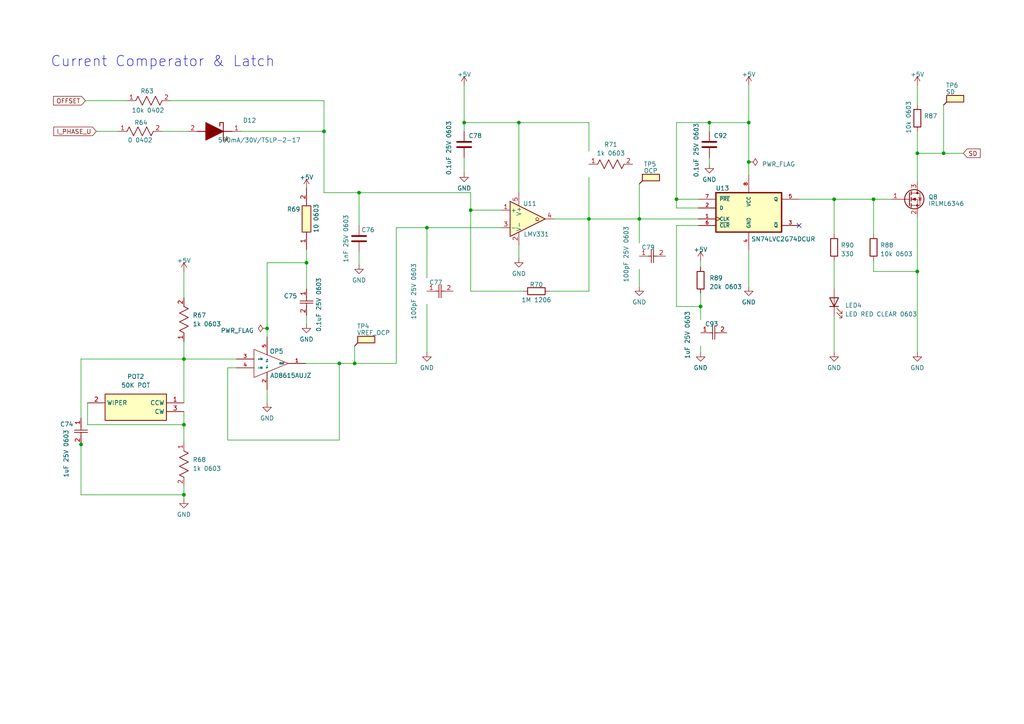
<source format=kicad_sch>
(kicad_sch (version 20231120) (generator "eeschema") (generator_version "8.0")
  (paper "A4")
  (lib_symbols
    (symbol "AD8615:AD8615AUJZ" (pin_names (offset 1.016))
      (property "Reference" "OP" (at 3.556 -12.954 0))
      (property "Value" "AD8615AUJZ" (at 8.128 -21.59 0))
      (symbol "AD8615AUJZ_0_0"
        (pin output line (at 11.176 -17.78 180) (length 5.08) (name "OUT") (number "1"))
        (pin power_in line (at 0 -25.4 90) (length 5.08) (name "V-") (number "2"))
        (pin input line (at -8.89 -16.51 0) (length 5.08) (name "+IN") (number "3"))
        (pin input line (at -8.89 -19.05 0) (length 5.08) (name "-IN") (number "4"))
        (pin power_in line (at 0 -10.16 270) (length 5.08) (name "V+") (number "5"))
      )
      (symbol "AD8615AUJZ_0_1"
        (polyline (pts (xy -3.81 -13.716) (xy -3.81 -21.844) (xy 6.096 -17.78) (xy -3.81 -13.716)))
      )
    )
    (symbol "C0603C101K3RACAUTO:C0402C101K3RACTU" (pin_names (offset 0.254))
      (property "Reference" "C" (at 3.81 3.81 0))
      (property "Value" "C0402C101K3RACTU" (at 3.81 -3.81 0))
      (symbol "C0402C101K3RACTU_1_1"
        (polyline (pts (xy 2.54 0) (xy 3.4798 0)) (stroke (width 0.2032)))
        (polyline (pts (xy 3.4798 -1.905) (xy 3.4798 1.905)) (stroke (width 0.2032)))
        (polyline (pts (xy 4.1148 -1.905) (xy 4.1148 1.905)) (stroke (width 0.2032)))
        (polyline (pts (xy 4.1148 0) (xy 5.08 0)) (stroke (width 0.2032)))
        (pin unspecified line (at 0 0 0) (length 2.54) (name "") (number "1"))
        (pin unspecified line (at 7.62 0 180) (length 2.54) (name "") (number "2"))
      )
      (symbol "C0402C101K3RACTU_1_2"
        (polyline (pts (xy -1.905 -4.1148) (xy 1.905 -4.1148)) (stroke (width 0.2032)))
        (polyline (pts (xy -1.905 -3.4798) (xy 1.905 -3.4798)) (stroke (width 0.2032)))
        (polyline (pts (xy 0 -4.1148) (xy 0 -5.08)) (stroke (width 0.2032)))
        (polyline (pts (xy 0 -2.54) (xy 0 -3.4798)) (stroke (width 0.2032)))
        (pin unspecified line (at 0 0 270) (length 2.54) (name "") (number "1"))
        (pin unspecified line (at 0 -7.62 90) (length 2.54) (name "") (number "2"))
      )
    )
    (symbol "C0603C105K3RAC7411:C0603C105K3RAC7411" (pin_names (offset 0.254))
      (property "Reference" "C" (at 3.81 3.81 0))
      (property "Value" "C0603C105K3RAC7411" (at 3.81 -3.81 0))
      (symbol "C0603C105K3RAC7411_1_1"
        (polyline (pts (xy 2.54 0) (xy 3.4798 0)) (stroke (width 0.2032)))
        (polyline (pts (xy 3.4798 -1.905) (xy 3.4798 1.905)) (stroke (width 0.2032)))
        (polyline (pts (xy 4.1148 -1.905) (xy 4.1148 1.905)) (stroke (width 0.2032)))
        (polyline (pts (xy 4.1148 0) (xy 5.08 0)) (stroke (width 0.2032)))
        (pin unspecified line (at 0 0 0) (length 2.54) (name "") (number "1"))
        (pin unspecified line (at 7.62 0 180) (length 2.54) (name "") (number "2"))
      )
      (symbol "C0603C105K3RAC7411_1_2"
        (polyline (pts (xy -1.905 -4.1148) (xy 1.905 -4.1148)) (stroke (width 0.2032)))
        (polyline (pts (xy -1.905 -3.4798) (xy 1.905 -3.4798)) (stroke (width 0.2032)))
        (polyline (pts (xy 0 -4.1148) (xy 0 -5.08)) (stroke (width 0.2032)))
        (polyline (pts (xy 0 -2.54) (xy 0 -3.4798)) (stroke (width 0.2032)))
        (pin unspecified line (at 0 0 270) (length 2.54) (name "") (number "1"))
        (pin unspecified line (at 0 -7.62 90) (length 2.54) (name "") (number "2"))
      )
    )
    (symbol "C0603X104M3RAUTO:C0603X104M3RACTU" (pin_names (offset 0.254))
      (property "Reference" "C" (at 3.81 3.81 0))
      (property "Value" "C0603X104M3RACTU" (at 3.81 -3.81 0))
      (symbol "C0603X104M3RACTU_1_1"
        (polyline (pts (xy 2.54 0) (xy 3.4798 0)) (stroke (width 0.2032)))
        (polyline (pts (xy 3.4798 -1.905) (xy 3.4798 1.905)) (stroke (width 0.2032)))
        (polyline (pts (xy 4.1148 -1.905) (xy 4.1148 1.905)) (stroke (width 0.2032)))
        (polyline (pts (xy 4.1148 0) (xy 5.08 0)) (stroke (width 0.2032)))
        (pin unspecified line (at 0 0 0) (length 2.54) (name "") (number "1"))
        (pin unspecified line (at 7.62 0 180) (length 2.54) (name "") (number "2"))
      )
      (symbol "C0603X104M3RACTU_1_2"
        (polyline (pts (xy -1.905 -4.1148) (xy 1.905 -4.1148)) (stroke (width 0.2032)))
        (polyline (pts (xy -1.905 -3.4798) (xy 1.905 -3.4798)) (stroke (width 0.2032)))
        (polyline (pts (xy 0 -4.1148) (xy 0 -5.08)) (stroke (width 0.2032)))
        (polyline (pts (xy 0 -2.54) (xy 0 -3.4798)) (stroke (width 0.2032)))
        (pin unspecified line (at 0 0 270) (length 2.54) (name "") (number "1"))
        (pin unspecified line (at 0 -7.62 90) (length 2.54) (name "") (number "2"))
      )
    )
    (symbol "Comparator:LMV331" (pin_names (offset 0.127))
      (property "Reference" "U" (at 1.27 5.08 0))
      (property "Value" "LMV331" (at 3.81 -5.08 0))
      (symbol "LMV331_0_1"
        (polyline (pts (xy -5.08 5.08) (xy 5.08 0) (xy -5.08 -5.08) (xy -5.08 5.08)) (stroke (width 0.254)) (fill (type background)))
        (polyline (pts (xy 3.302 -0.508) (xy 2.794 -0.508) (xy 3.302 0) (xy 2.794 0.508) (xy 2.286 0) (xy 2.794 -0.508) (xy 2.286 -0.508)) (stroke (width 0.127)))
      )
      (symbol "LMV331_1_1"
        (pin input line (at -7.62 2.54 0) (length 2.54) (name "+") (number "1"))
        (pin power_in line (at -2.54 -7.62 90) (length 3.81) (name "V-") (number "2"))
        (pin input line (at -7.62 -2.54 0) (length 2.54) (name "-") (number "3"))
        (pin open_collector line (at 7.62 0 180) (length 2.54) (name "~") (number "4"))
        (pin power_in line (at -2.54 7.62 270) (length 3.81) (name "V+") (number "5"))
      )
    )
    (symbol "Connector:TestPoint_Flag" (pin_numbers hide) (pin_names (offset 0.762) hide)
      (property "Reference" "TP" (at 3.429 1.778 0))
      (property "Value" "TestPoint_Flag" (at 3.302 4.191 0))
      (symbol "TestPoint_Flag_0_1"
        (polyline (pts (xy 0 0) (xy 0.889 0.889)) (stroke (width 0.254)))
        (rectangle (start 0.889 2.794) (end 5.842 0.889) (stroke (width 0.254)) (fill (type background)))
      )
      (symbol "TestPoint_Flag_1_1"
        (pin passive line (at 0 0 90) (length 0) (name "1") (number "1"))
      )
    )
    (symbol "Device:C" (pin_numbers hide) (pin_names (offset 0.254))
      (property "Reference" "C" (at 0.635 2.54 0))
      (property "Value" "C" (at 0.635 -2.54 0))
      (symbol "C_0_1"
        (polyline (pts (xy -2.032 -0.762) (xy 2.032 -0.762)) (stroke (width 0.508)))
        (polyline (pts (xy -2.032 0.762) (xy 2.032 0.762)) (stroke (width 0.508)))
      )
      (symbol "C_1_1"
        (pin passive line (at 0 3.81 270) (length 2.794) (name "~") (number "1"))
        (pin passive line (at 0 -3.81 90) (length 2.794) (name "~") (number "2"))
      )
    )
    (symbol "Device:LED" (pin_numbers hide) (pin_names (offset 1.016) hide)
      (property "Reference" "D" (at 0 2.54 0))
      (property "Value" "LED" (at 0 -2.54 0))
      (symbol "LED_0_1"
        (polyline (pts (xy -1.27 -1.27) (xy -1.27 1.27)) (stroke (width 0.254)))
        (polyline (pts (xy -1.27 0) (xy 1.27 0)))
        (polyline (pts (xy 1.27 -1.27) (xy 1.27 1.27) (xy -1.27 0) (xy 1.27 -1.27)) (stroke (width 0.254)))
        (polyline (pts (xy -3.048 -0.762) (xy -4.572 -2.286) (xy -3.81 -2.286) (xy -4.572 -2.286) (xy -4.572 -1.524)))
        (polyline (pts (xy -1.778 -0.762) (xy -3.302 -2.286) (xy -2.54 -2.286) (xy -3.302 -2.286) (xy -3.302 -1.524)))
      )
      (symbol "LED_1_1"
        (pin passive line (at -3.81 0 0) (length 2.54) (name "K") (number "1"))
        (pin passive line (at 3.81 0 180) (length 2.54) (name "A") (number "2"))
      )
    )
    (symbol "Device:R" (pin_numbers hide) (pin_names (offset 0))
      (property "Reference" "R" (at 2.032 0 90))
      (property "Value" "R" (at 0 0 90))
      (symbol "R_0_1"
        (rectangle (start -1.016 -2.54) (end 1.016 2.54) (stroke (width 0.254)))
      )
      (symbol "R_1_1"
        (pin passive line (at 0 3.81 270) (length 1.27) (name "~") (number "1"))
        (pin passive line (at 0 -3.81 90) (length 1.27) (name "~") (number "2"))
      )
    )
    (symbol "ERJ-2GE0R00X:ERJ-2GE0R00X" (pin_names (offset 0.254))
      (property "Reference" "R" (at 5.715 3.81 0))
      (property "Value" "ERJ-2GE0R00X" (at 6.35 -3.81 0))
      (symbol "ERJ-2GE0R00X_1_1"
        (polyline (pts (xy 2.54 0) (xy 3.175 1.27)) (stroke (width 0.2032)))
        (polyline (pts (xy 3.175 1.27) (xy 4.445 -1.27)) (stroke (width 0.2032)))
        (polyline (pts (xy 4.445 -1.27) (xy 5.715 1.27)) (stroke (width 0.2032)))
        (polyline (pts (xy 5.715 1.27) (xy 6.985 -1.27)) (stroke (width 0.2032)))
        (polyline (pts (xy 6.985 -1.27) (xy 8.255 1.27)) (stroke (width 0.2032)))
        (polyline (pts (xy 8.255 1.27) (xy 9.525 -1.27)) (stroke (width 0.2032)))
        (polyline (pts (xy 9.525 -1.27) (xy 10.16 0)) (stroke (width 0.2032)))
        (pin unspecified line (at 12.7 0 180) (length 2.54) (name "") (number "1"))
        (pin unspecified line (at 0 0 0) (length 2.54) (name "") (number "2"))
      )
      (symbol "ERJ-2GE0R00X_1_2"
        (polyline (pts (xy -1.27 3.175) (xy 1.27 4.445)) (stroke (width 0.2032)))
        (polyline (pts (xy -1.27 5.715) (xy 1.27 6.985)) (stroke (width 0.2032)))
        (polyline (pts (xy -1.27 8.255) (xy 1.27 9.525)) (stroke (width 0.2032)))
        (polyline (pts (xy 0 2.54) (xy -1.27 3.175)) (stroke (width 0.2032)))
        (polyline (pts (xy 1.27 4.445) (xy -1.27 5.715)) (stroke (width 0.2032)))
        (polyline (pts (xy 1.27 6.985) (xy -1.27 8.255)) (stroke (width 0.2032)))
        (polyline (pts (xy 1.27 9.525) (xy 0 10.16)) (stroke (width 0.2032)))
        (pin unspecified line (at 0 12.7 270) (length 2.54) (name "") (number "1"))
        (pin unspecified line (at 0 0 90) (length 2.54) (name "") (number "2"))
      )
    )
    (symbol "ERJ-PA3J100V:ERJ-PA3J100V" (pin_names hide)
      (property "Reference" "R" (at 13.97 6.35 0))
      (property "Value" "ERJ-PA3J100V" (at 13.97 3.81 0))
      (symbol "ERJ-PA3J100V_1_1"
        (rectangle (start 5.08 1.27) (end 12.7 -1.27) (stroke (width 0.254)) (fill (type background)))
        (pin passive line (at 0 0 0) (length 5.08) (name "1") (number "1"))
        (pin passive line (at 17.78 0 180) (length 5.08) (name "2") (number "2"))
      )
    )
    (symbol "PFR05S-103-FNH:PFR05S-103-FNH" (pin_names (offset 0.254))
      (property "Reference" "R" (at 5.715 3.81 0))
      (property "Value" "PFR05S-103-FNH" (at 6.35 -3.81 0))
      (symbol "PFR05S-103-FNH_1_1"
        (polyline (pts (xy 2.54 0) (xy 3.175 1.27)) (stroke (width 0.2032)))
        (polyline (pts (xy 3.175 1.27) (xy 4.445 -1.27)) (stroke (width 0.2032)))
        (polyline (pts (xy 4.445 -1.27) (xy 5.715 1.27)) (stroke (width 0.2032)))
        (polyline (pts (xy 5.715 1.27) (xy 6.985 -1.27)) (stroke (width 0.2032)))
        (polyline (pts (xy 6.985 -1.27) (xy 8.255 1.27)) (stroke (width 0.2032)))
        (polyline (pts (xy 8.255 1.27) (xy 9.525 -1.27)) (stroke (width 0.2032)))
        (polyline (pts (xy 9.525 -1.27) (xy 10.16 0)) (stroke (width 0.2032)))
        (pin unspecified line (at 0 0 0) (length 2.54) (name "") (number "1"))
        (pin unspecified line (at 12.7 0 180) (length 2.54) (name "") (number "2"))
      )
      (symbol "PFR05S-103-FNH_1_2"
        (polyline (pts (xy -1.27 3.175) (xy 1.27 4.445)) (stroke (width 0.2032)))
        (polyline (pts (xy -1.27 5.715) (xy 1.27 6.985)) (stroke (width 0.2032)))
        (polyline (pts (xy -1.27 8.255) (xy 1.27 9.525)) (stroke (width 0.2032)))
        (polyline (pts (xy 0 2.54) (xy -1.27 3.175)) (stroke (width 0.2032)))
        (polyline (pts (xy 1.27 4.445) (xy -1.27 5.715)) (stroke (width 0.2032)))
        (polyline (pts (xy 1.27 6.985) (xy -1.27 8.255)) (stroke (width 0.2032)))
        (polyline (pts (xy 1.27 9.525) (xy 0 10.16)) (stroke (width 0.2032)))
        (pin unspecified line (at 0 12.7 270) (length 2.54) (name "") (number "1"))
        (pin unspecified line (at 0 0 90) (length 2.54) (name "") (number "2"))
      )
    )
    (symbol "PMEG3005ELD_315:PMEG3005ELD,315" (pin_names hide)
      (property "Reference" "D" (at 12.7 8.89 0))
      (property "Value" "PMEG3005ELD,315" (at 12.7 6.35 0))
      (symbol "PMEG3005ELD,315_1_1"
        (polyline (pts (xy 5.08 0) (xy 7.62 0)) (stroke (width 0.254)))
        (polyline (pts (xy 6.604 -1.524) (xy 6.604 -2.54)) (stroke (width 0.254)))
        (polyline (pts (xy 7.62 -2.54) (xy 6.604 -2.54)) (stroke (width 0.254)))
        (polyline (pts (xy 7.62 2.54) (xy 7.62 -2.54)) (stroke (width 0.254)))
        (polyline (pts (xy 7.62 2.54) (xy 8.636 2.54)) (stroke (width 0.254)))
        (polyline (pts (xy 8.636 1.524) (xy 8.636 2.54)) (stroke (width 0.254)))
        (polyline (pts (xy 12.7 0) (xy 15.24 0)) (stroke (width 0.254)))
        (polyline (pts (xy 7.62 0) (xy 12.7 2.54) (xy 12.7 -2.54) (xy 7.62 0)) (stroke (width 0.254)) (fill (type outline)))
        (pin passive line (at 2.54 0 0) (length 2.54) (name "K") (number "1"))
        (pin passive line (at 17.78 0 180) (length 2.54) (name "A") (number "2"))
      )
    )
    (symbol "RCA06031K00FKEAHP:RCA06031K00FKEAHP" (pin_names (offset 0.254))
      (property "Reference" "R" (at 5.715 3.81 0))
      (property "Value" "RCA06031K00FKEAHP" (at 6.35 -3.81 0))
      (symbol "RCA06031K00FKEAHP_1_1"
        (polyline (pts (xy 2.54 0) (xy 3.175 1.27)) (stroke (width 0.2032)))
        (polyline (pts (xy 3.175 1.27) (xy 4.445 -1.27)) (stroke (width 0.2032)))
        (polyline (pts (xy 4.445 -1.27) (xy 5.715 1.27)) (stroke (width 0.2032)))
        (polyline (pts (xy 5.715 1.27) (xy 6.985 -1.27)) (stroke (width 0.2032)))
        (polyline (pts (xy 6.985 -1.27) (xy 8.255 1.27)) (stroke (width 0.2032)))
        (polyline (pts (xy 8.255 1.27) (xy 9.525 -1.27)) (stroke (width 0.2032)))
        (polyline (pts (xy 9.525 -1.27) (xy 10.16 0)) (stroke (width 0.2032)))
        (pin unspecified line (at 0 0 0) (length 2.54) (name "") (number "1"))
        (pin unspecified line (at 12.7 0 180) (length 2.54) (name "") (number "2"))
      )
      (symbol "RCA06031K00FKEAHP_1_2"
        (polyline (pts (xy -1.27 3.175) (xy 1.27 4.445)) (stroke (width 0.2032)))
        (polyline (pts (xy -1.27 5.715) (xy 1.27 6.985)) (stroke (width 0.2032)))
        (polyline (pts (xy -1.27 8.255) (xy 1.27 9.525)) (stroke (width 0.2032)))
        (polyline (pts (xy 0 2.54) (xy -1.27 3.175)) (stroke (width 0.2032)))
        (polyline (pts (xy 1.27 4.445) (xy -1.27 5.715)) (stroke (width 0.2032)))
        (polyline (pts (xy 1.27 6.985) (xy -1.27 8.255)) (stroke (width 0.2032)))
        (polyline (pts (xy 1.27 9.525) (xy 0 10.16)) (stroke (width 0.2032)))
        (pin unspecified line (at 0 12.7 270) (length 2.54) (name "") (number "1"))
        (pin unspecified line (at 0 0 90) (length 2.54) (name "") (number "2"))
      )
    )
    (symbol "SM-42TW503:SM-42TW503"
      (property "Reference" "VR" (at 24.13 7.62 0))
      (property "Value" "SM-42TW503" (at 24.13 5.08 0))
      (symbol "SM-42TW503_1_1"
        (rectangle (start 5.08 2.54) (end 22.86 -5.08) (stroke (width 0.254)) (fill (type background)))
        (pin passive line (at 0 0 0) (length 5.08) (name "CCW") (number "1"))
        (pin passive line (at 27.94 0 180) (length 5.08) (name "WIPER") (number "2"))
        (pin passive line (at 0 -2.54 0) (length 5.08) (name "CW") (number "3"))
      )
    )
    (symbol "SN74LVC2G74DCUR:SN74LVC2G74DCUR" (pin_names (offset 1.016))
      (property "Reference" "U?" (at -8.255 6.985 0))
      (property "Value" "SN74LVC2G74DCUR" (at 10.033 -7.747 0))
      (symbol "SN74LVC2G74DCUR_0_0"
        (rectangle (start -9.525 5.715) (end 9.525 -5.715) (stroke (width 0.41)) (fill (type background)))
        (pin input clock (at -14.605 -1.905 0) (length 5.08) (name "CLK") (number "1"))
        (pin input line (at -14.605 1.27 0) (length 5.08) (name "D") (number "2"))
        (pin output line (at 14.605 -3.81 180) (length 5.08) (name "~{Q}") (number "3"))
        (pin power_in line (at 0 -10.795 90) (length 5.08) (name "GND") (number "4"))
        (pin output line (at 14.605 3.81 180) (length 5.08) (name "Q") (number "5"))
        (pin input line (at -14.605 -3.81 0) (length 5.08) (name "~{CLR}") (number "6"))
        (pin input line (at -14.605 3.81 0) (length 5.08) (name "~{PRE}") (number "7"))
        (pin power_in line (at 0 10.795 270) (length 5.08) (name "VCC") (number "8"))
      )
    )
    (symbol "Transistor_FET:IRLML0030" (pin_names hide)
      (property "Reference" "Q" (at 5.08 1.905 0))
      (property "Value" "IRLML0030" (at 5.08 0 0))
      (symbol "IRLML0030_0_1"
        (polyline (pts (xy 0.254 0) (xy -2.54 0)))
        (polyline (pts (xy 0.254 1.905) (xy 0.254 -1.905)) (stroke (width 0.254)))
        (polyline (pts (xy 0.762 -1.27) (xy 0.762 -2.286)) (stroke (width 0.254)))
        (polyline (pts (xy 0.762 0.508) (xy 0.762 -0.508)) (stroke (width 0.254)))
        (polyline (pts (xy 0.762 2.286) (xy 0.762 1.27)) (stroke (width 0.254)))
        (polyline (pts (xy 2.54 2.54) (xy 2.54 1.778)))
        (polyline (pts (xy 2.54 -2.54) (xy 2.54 0) (xy 0.762 0)))
        (polyline (pts (xy 0.762 -1.778) (xy 3.302 -1.778) (xy 3.302 1.778) (xy 0.762 1.778)))
        (polyline (pts (xy 1.016 0) (xy 2.032 0.381) (xy 2.032 -0.381) (xy 1.016 0)) (fill (type outline)))
        (polyline (pts (xy 2.794 0.508) (xy 2.921 0.381) (xy 3.683 0.381) (xy 3.81 0.254)))
        (polyline (pts (xy 3.302 0.381) (xy 2.921 -0.254) (xy 3.683 -0.254) (xy 3.302 0.381)))
        (circle (center 1.651 0) (radius 2.794) (stroke (width 0.254)))
        (circle (center 2.54 -1.778) (radius 0.254) (fill (type outline)))
        (circle (center 2.54 1.778) (radius 0.254) (fill (type outline)))
      )
      (symbol "IRLML0030_1_1"
        (pin input line (at -5.08 0 0) (length 2.54) (name "G") (number "1"))
        (pin passive line (at 2.54 -5.08 90) (length 2.54) (name "S") (number "2"))
        (pin passive line (at 2.54 5.08 270) (length 2.54) (name "D") (number "3"))
      )
    )
    (symbol "power:+5V" (power) (pin_names (offset 0))
      (property "Value" "+5V" (at 0 3.556 0))
      (symbol "+5V_0_1"
        (polyline (pts (xy -0.762 1.27) (xy 0 2.54)))
        (polyline (pts (xy 0 0) (xy 0 2.54)))
        (polyline (pts (xy 0 2.54) (xy 0.762 1.27)))
      )
      (symbol "+5V_1_1"
        (pin power_in line (at 0 0 90) (length 0) hide (name "+5V") (number "1"))
      )
    )
    (symbol "power:GND" (power) (pin_names (offset 0))
      (property "Value" "GND" (at 0 -3.81 0))
      (symbol "GND_0_1"
        (polyline (pts (xy 0 0) (xy 0 -1.27) (xy 1.27 -1.27) (xy 0 -2.54) (xy -1.27 -1.27) (xy 0 -1.27)))
      )
      (symbol "GND_1_1"
        (pin power_in line (at 0 0 270) (length 0) hide (name "GND") (number "1"))
      )
    )
    (symbol "power:PWR_FLAG" (power) (pin_numbers hide) (pin_names (offset 0) hide)
      (property "Value" "PWR_FLAG" (at 0 3.81 0))
      (symbol "PWR_FLAG_0_0"
        (pin power_out line (at 0 0 90) (length 0) (name "pwr") (number "1"))
      )
      (symbol "PWR_FLAG_0_1"
        (polyline (pts (xy 0 0) (xy 0 1.27) (xy -1.016 1.905) (xy 0 2.54) (xy 1.016 1.905) (xy 0 1.27)))
      )
    )
  )
  (junction (at 136.525 60.96))
  (junction (at 23.495 128.905))
  (junction (at 241.935 57.785))
  (junction (at 88.9 76.2))
  (junction (at 53.34 143.51))
  (junction (at 150.495 35.56))
  (junction (at 273.685 44.45))
  (junction (at 203.2 88.9))
  (junction (at 196.215 57.785))
  (junction (at 266.065 44.45))
  (junction (at 53.34 104.14))
  (junction (at 266.065 78.74))
  (junction (at 104.14 55.88))
  (junction (at 217.17 46.99))
  (junction (at 217.17 35.56))
  (junction (at 253.365 57.785))
  (junction (at 98.425 105.41))
  (junction (at 123.825 66.04))
  (junction (at 134.62 35.56))
  (junction (at 185.42 63.5))
  (junction (at 205.74 35.56))
  (junction (at 53.34 123.19))
  (junction (at 102.87 105.41))
  (junction (at 77.47 95.25))
  (junction (at 170.815 63.5))
  (junction (at 93.98 38.1))
  (no_connect (at 231.775 65.405))
  (wire (pts (xy 77.47 97.79) (xy 77.47 95.25)))
  (wire (pts (xy 273.685 44.45) (xy 279.4 44.45)))
  (wire (pts (xy 102.87 100.33) (xy 102.87 105.41)))
  (wire (pts (xy 241.935 57.785) (xy 231.775 57.785)))
  (wire (pts (xy 27.94 38.1) (xy 34.29 38.1)))
  (wire (pts (xy 104.14 55.88) (xy 136.525 55.88)))
  (wire (pts (xy 217.17 35.56) (xy 217.17 46.99)))
  (wire (pts (xy 93.98 38.1) (xy 93.98 55.88)))
  (wire (pts (xy 202.565 60.325) (xy 196.215 60.325)))
  (wire (pts (xy 49.53 29.21) (xy 93.98 29.21)))
  (wire (pts (xy 123.825 80.645) (xy 123.825 66.04)))
  (wire (pts (xy 241.935 67.945) (xy 241.935 57.785)))
  (wire (pts (xy 123.825 88.265) (xy 123.825 102.235)))
  (wire (pts (xy 53.34 123.19) (xy 53.34 128.27)))
  (wire (pts (xy 136.525 55.88) (xy 136.525 60.96)))
  (wire (pts (xy 150.495 71.12) (xy 150.495 74.93)))
  (wire (pts (xy 241.935 75.565) (xy 241.935 83.82)))
  (wire (pts (xy 88.646 105.41) (xy 98.425 105.41)))
  (wire (pts (xy 23.495 128.905) (xy 23.495 143.51)))
  (wire (pts (xy 93.98 38.1) (xy 93.98 29.21)))
  (wire (pts (xy 77.47 113.03) (xy 77.47 116.84)))
  (wire (pts (xy 205.74 45.72) (xy 205.74 47.625)))
  (wire (pts (xy 253.365 67.945) (xy 253.365 57.785)))
  (wire (pts (xy 196.215 57.785) (xy 202.565 57.785)))
  (wire (pts (xy 134.62 35.56) (xy 134.62 38.1)))
  (wire (pts (xy 136.525 84.455) (xy 136.525 60.96)))
  (wire (pts (xy 185.42 63.5) (xy 185.42 70.485)))
  (wire (pts (xy 266.065 62.865) (xy 266.065 78.74)))
  (wire (pts (xy 104.14 73.025) (xy 104.14 76.835)))
  (wire (pts (xy 205.74 35.56) (xy 217.17 35.56)))
  (wire (pts (xy 98.425 105.41) (xy 102.87 105.41)))
  (wire (pts (xy 88.9 72.39) (xy 88.9 76.2)))
  (wire (pts (xy 266.065 78.74) (xy 266.065 102.235)))
  (wire (pts (xy 134.62 24.765) (xy 134.62 35.56)))
  (wire (pts (xy 196.215 35.56) (xy 205.74 35.56)))
  (wire (pts (xy 217.17 72.39) (xy 217.17 83.185)))
  (wire (pts (xy 77.47 95.25) (xy 77.47 76.2)))
  (wire (pts (xy 69.85 38.1) (xy 93.98 38.1)))
  (wire (pts (xy 205.74 38.1) (xy 205.74 35.56)))
  (wire (pts (xy 23.495 104.14) (xy 53.34 104.14)))
  (wire (pts (xy 23.495 128.27) (xy 23.495 128.905)))
  (wire (pts (xy 266.065 38.1) (xy 266.065 44.45)))
  (wire (pts (xy 123.825 66.04) (xy 114.935 66.04)))
  (wire (pts (xy 53.34 144.78) (xy 53.34 143.51)))
  (wire (pts (xy 196.215 65.405) (xy 196.215 88.9)))
  (wire (pts (xy 151.765 84.455) (xy 136.525 84.455)))
  (wire (pts (xy 185.42 53.34) (xy 185.42 63.5)))
  (wire (pts (xy 53.34 99.06) (xy 53.34 104.14)))
  (wire (pts (xy 68.58 106.68) (xy 66.04 106.68)))
  (wire (pts (xy 150.495 35.56) (xy 170.815 35.56)))
  (wire (pts (xy 53.34 104.14) (xy 68.58 104.14)))
  (wire (pts (xy 123.825 66.04) (xy 145.415 66.04)))
  (wire (pts (xy 53.34 78.74) (xy 53.34 86.36)))
  (wire (pts (xy 196.215 88.9) (xy 203.2 88.9)))
  (wire (pts (xy 66.04 106.68) (xy 66.04 127.635)))
  (wire (pts (xy 93.98 55.88) (xy 104.14 55.88)))
  (wire (pts (xy 46.99 38.1) (xy 54.61 38.1)))
  (wire (pts (xy 88.9 91.44) (xy 88.9 93.98)))
  (wire (pts (xy 114.935 66.04) (xy 114.935 105.41)))
  (wire (pts (xy 203.2 85.09) (xy 203.2 88.9)))
  (wire (pts (xy 53.34 140.97) (xy 53.34 143.51)))
  (wire (pts (xy 25.4 116.84) (xy 25.4 123.19)))
  (wire (pts (xy 53.34 119.38) (xy 53.34 123.19)))
  (wire (pts (xy 25.4 123.19) (xy 53.34 123.19)))
  (wire (pts (xy 170.815 63.5) (xy 160.655 63.5)))
  (wire (pts (xy 217.17 24.765) (xy 217.17 35.56)))
  (wire (pts (xy 202.565 65.405) (xy 196.215 65.405)))
  (wire (pts (xy 134.62 45.72) (xy 134.62 50.165)))
  (wire (pts (xy 170.815 43.815) (xy 170.815 35.56)))
  (wire (pts (xy 253.365 57.785) (xy 258.445 57.785)))
  (wire (pts (xy 53.34 104.14) (xy 53.34 116.84)))
  (wire (pts (xy 185.42 78.105) (xy 185.42 83.185)))
  (wire (pts (xy 98.425 105.41) (xy 98.425 127.635)))
  (wire (pts (xy 150.495 35.56) (xy 134.62 35.56)))
  (wire (pts (xy 196.215 57.785) (xy 196.215 35.56)))
  (wire (pts (xy 170.815 63.5) (xy 185.42 63.5)))
  (wire (pts (xy 159.385 84.455) (xy 170.815 84.455)))
  (wire (pts (xy 203.2 75.565) (xy 203.2 77.47)))
  (wire (pts (xy 253.365 57.785) (xy 241.935 57.785)))
  (wire (pts (xy 253.365 75.565) (xy 253.365 78.74)))
  (wire (pts (xy 102.87 105.41) (xy 114.935 105.41)))
  (wire (pts (xy 170.815 51.435) (xy 170.815 63.5)))
  (wire (pts (xy 88.9 76.2) (xy 88.9 83.82)))
  (wire (pts (xy 185.42 63.5) (xy 202.565 63.5)))
  (wire (pts (xy 273.685 30.48) (xy 273.685 44.45)))
  (wire (pts (xy 23.495 143.51) (xy 53.34 143.51)))
  (wire (pts (xy 196.215 60.325) (xy 196.215 57.785)))
  (wire (pts (xy 66.04 127.635) (xy 98.425 127.635)))
  (wire (pts (xy 24.765 29.21) (xy 36.83 29.21)))
  (wire (pts (xy 136.525 60.96) (xy 145.415 60.96)))
  (wire (pts (xy 150.495 55.88) (xy 150.495 35.56)))
  (wire (pts (xy 77.47 76.2) (xy 88.9 76.2)))
  (wire (pts (xy 23.495 104.14) (xy 23.495 121.285)))
  (wire (pts (xy 203.2 88.9) (xy 203.2 92.71)))
  (wire (pts (xy 253.365 78.74) (xy 266.065 78.74)))
  (wire (pts (xy 203.2 100.33) (xy 203.2 102.235)))
  (wire (pts (xy 241.935 91.44) (xy 241.935 102.235)))
  (wire (pts (xy 266.065 44.45) (xy 266.065 52.705)))
  (wire (pts (xy 217.17 46.99) (xy 217.17 50.8)))
  (wire (pts (xy 266.065 44.45) (xy 273.685 44.45)))
  (wire (pts (xy 266.065 24.765) (xy 266.065 30.48)))
  (wire (pts (xy 170.815 84.455) (xy 170.815 63.5)))
  (wire (pts (xy 104.14 65.405) (xy 104.14 55.88)))
  (text "Current Comperator & Latch" (at 14.605 19.685 0) (effects (font (size 3 3)) (justify left bottom)))
  (global_label "I_PHASE_U" (shape input) (at 27.94 38.1 180) (property "Intersheetrefs" "${INTERSHEET_REFS}" (effects (hide yes))))
  (global_label "SD" (shape input) (at 279.4 44.45 0) (property "Intersheetrefs" "${INTERSHEET_REFS}" (effects (hide yes))))
  (global_label "OFFSET" (shape input) (at 24.765 29.21 180) (property "Intersheetrefs" "${INTERSHEET_REFS}" (effects (hide yes))))
  (symbol (lib_id "power:+5V") (at 217.17 24.765 0) (unit 1)
    (property "Reference" "#PWR065" (effects (hide yes)))
    (property "Value" "+5V" (at 217.17 21.59 0))
  )
  (symbol (lib_id "AD8615:AD8615AUJZ") (at 77.47 87.63 0) (unit 1)
    (property "Reference" "OP5" (at 80.2132 101.9048 0))
    (property "Value" "AD8615AUJZ" (at 84.328 108.9152 0))
    (property "Footprint" "AD8615AUJZ:SOT95P280X100-5N" (effects (hide yes)))
    (property "Description" "\nPrecision 20 MHz CMOS Single RRIO Operational Amplifier\n" (effects (hide yes)))
    (property "MF" "Analog Devices" (effects (hide yes)))
    (property "PACKAGE" "SOT-23-5" (effects (hide yes)))
    (property "MPN" "AD8615AUJZ" (effects (hide yes)))
    (property "Price" "None" (effects (hide yes)))
    (property "Package" "TSOT-5 Analog Devices" (effects (hide yes)))
    (property "OC_FARNELL" "9079408" (effects (hide yes)))
    (property "SnapEDA_Link" "https://www.snapeda.com/parts/AD8615AUJZ-REEL7/Analog+Devices/view-part/?ref=snap" (effects (hide yes)))
    (property "MP" "AD8615AUJZ-REEL7" (effects (hide yes)))
    (property "Purchase-URL" "https://www.snapeda.com/api/url_track_click_mouser/?unipart_id=45535&manufacturer=Analog Devices&part_name=AD8615AUJZ-REEL7&search_term=ad8615" (effects (hide yes)))
    (property "SUPPLIER" "Analog Devices" (effects (hide yes)))
    (property "OC_NEWARK" "31M4569" (effects (hide yes)))
    (property "Availability" "In Stock" (effects (hide yes)))
    (property "Check_prices" "https://www.snapeda.com/parts/AD8615AUJZ-REEL7/Analog+Devices/view-part/?ref=eda" (effects (hide yes)))
  )
  (symbol (lib_id "power:+5V") (at 134.62 24.765 0) (unit 1)
    (property "Reference" "#PWR051" (effects (hide yes)))
    (property "Value" "+5V" (at 134.62 21.59 0))
  )
  (symbol (lib_id "C0603X104M3RAUTO:C0603X104M3RACTU") (at 88.9 83.82 270) (unit 1)
    (property "Reference" "C75" (at 82.296 85.852 90) (effects (justify left)))
    (property "Value" "0.1uF 25V 0603" (at 92.456 80.518 0) (effects (justify left)))
    (property "Footprint" "just-footprints:CAPC17795_95N_KEM" (effects (hide yes)))
    (property "Datasheet" "C0603X104M3RACTU" (effects (hide yes)))
  )
  (symbol (lib_id "power:GND") (at 77.47 116.84 0) (unit 1)
    (property "Reference" "#PWR058" (effects (hide yes)))
    (property "Value" "GND" (at 77.47 121.285 0))
  )
  (symbol (lib_id "RCA06031K00FKEAHP:RCA06031K00FKEAHP") (at 53.34 99.06 90) (unit 1)
    (property "Reference" "R67" (at 55.88 91.4399 90) (effects (justify right)))
    (property "Value" "1k 0603" (at 55.88 93.9799 90) (effects (justify right)))
    (property "Footprint" "just-footprints:RES_RCA0603_VIS" (effects (hide yes)))
    (property "Datasheet" "RCA06031K00FKEAHP" (effects (hide yes)))
  )
  (symbol (lib_id "power:GND") (at 185.42 83.185 0) (unit 1)
    (property "Reference" "#PWR061" (effects (hide yes)))
    (property "Value" "GND" (at 185.42 87.63 0))
  )
  (symbol (lib_id "Device:C") (at 134.62 41.91 0) (unit 1)
    (property "Reference" "C78" (at 135.89 39.37 0) (effects (justify left)))
    (property "Value" "0.1uF 25V 0603" (at 130.175 50.8 90) (effects (justify left)))
  )
  (symbol (lib_id "power:+5V") (at 53.34 78.74 0) (unit 1)
    (property "Reference" "#PWR059" (effects (hide yes)))
    (property "Value" "+5V" (at 53.34 75.565 0))
  )
  (symbol (lib_id "power:GND") (at 134.62 50.165 0) (unit 1)
    (property "Reference" "#PWR052" (effects (hide yes)))
    (property "Value" "GND" (at 134.62 54.61 0))
  )
  (symbol (lib_id "Connector:TestPoint_Flag") (at 185.42 53.34 0) (unit 1)
    (property "Reference" "TP5" (at 186.69 47.625 0) (effects (justify left)))
    (property "Value" "OCP" (at 186.69 49.53 0) (effects (justify left)))
  )
  (symbol (lib_id "power:+5V") (at 203.2 75.565 0) (unit 1)
    (property "Reference" "#PWR067" (effects (hide yes)))
    (property "Value" "+5V" (at 203.2 72.39 0))
  )
  (symbol (lib_id "power:GND") (at 241.935 102.235 0) (unit 1)
    (property "Reference" "#PWR063" (effects (hide yes)))
    (property "Value" "GND" (at 241.935 106.68 0))
  )
  (symbol (lib_id "SN74LVC2G74DCUR:SN74LVC2G74DCUR") (at 217.17 61.595 0) (unit 1)
    (property "Reference" "U13" (at 209.55 54.61 0))
    (property "Value" "SN74LVC2G74DCUR" (at 227.203 69.342 0))
    (property "Footprint" "SN74LVC2G74DCUR:SOP50P310X90-8N" (effects (hide yes)))
    (property "Description" "\nSingle Positive-Edge-Triggered D-Type Flip-Flop with Clear and Preset\n" (effects (hide yes)))
    (property "MF" "Texas Instruments" (effects (hide yes)))
    (property "Package" "VSSOP-8 Texas Instruments" (effects (hide yes)))
    (property "Price" "None" (effects (hide yes)))
    (property "SnapEDA_Link" "https://www.snapeda.com/parts/SN74LVC2G74DCUR/Texas+Instruments/view-part/?ref=snap" (effects (hide yes)))
    (property "MP" "SN74LVC2G74DCUR" (effects (hide yes)))
    (property "Purchase-URL" "https://www.snapeda.com/api/url_track_click_mouser/?unipart_id=395570&manufacturer=Texas Instruments&part_name=SN74LVC2G74DCUR&search_term=sn74lvc2g74dcur" (effects (hide yes)))
    (property "Availability" "In Stock" (effects (hide yes)))
    (property "Check_prices" "https://www.snapeda.com/parts/SN74LVC2G74DCUR/Texas+Instruments/view-part/?ref=eda" (effects (hide yes)))
  )
  (symbol (lib_id "PFR05S-103-FNH:PFR05S-103-FNH") (at 36.83 29.21 0) (unit 1)
    (property "Reference" "R63" (at 42.672 26.416 0))
    (property "Value" "10k 0402" (at 42.926 32.004 0))
    (property "Footprint" "just-footprints:RES_PFR05S_CYN" (effects (hide yes)))
    (property "Datasheet" "PFR05S-103-FNH" (effects (hide yes)))
  )
  (symbol (lib_id "power:GND") (at 203.2 102.235 0) (unit 1)
    (property "Reference" "#PWR068" (effects (hide yes)))
    (property "Value" "GND" (at 203.2 106.68 0))
  )
  (symbol (lib_id "C0603C101K3RACAUTO:C0402C101K3RACTU") (at 123.825 84.455 0) (unit 1)
    (property "Reference" "C77" (at 124.46 81.915 0) (effects (justify left)))
    (property "Value" "100pF 25V 0603" (at 120.015 92.71 90) (effects (justify left)))
    (property "Footprint" "just-footprints:CAPC10555_55N_KEM" (effects (hide yes)))
    (property "Datasheet" "C0402C101K3RACTU" (effects (hide yes)))
  )
  (symbol (lib_id "power:GND") (at 205.74 47.625 0) (unit 1)
    (property "Reference" "#PWR066" (effects (hide yes)))
    (property "Value" "GND" (at 205.74 52.07 0))
  )
  (symbol (lib_id "C0603C105K3RAC7411:C0603C105K3RAC7411") (at 23.495 121.285 270) (unit 1)
    (property "Reference" "C74" (at 17.399 123.063 90) (effects (justify left)))
    (property "Value" "1uF 25V 0603" (at 19.177 124.587 0) (effects (justify left)))
    (property "Footprint" "just-footprints:CAPC17595_95N_KEM" (effects (hide yes)))
    (property "Datasheet" "C0603C105K3RAC7411" (effects (hide yes)))
  )
  (symbol (lib_id "C0603C101K3RACAUTO:C0402C101K3RACTU") (at 185.42 74.295 0) (unit 1)
    (property "Reference" "C79" (at 186.055 71.755 0) (effects (justify left)))
    (property "Value" "100pF 25V 0603" (at 181.61 81.915 90) (effects (justify left)))
    (property "Footprint" "just-footprints:CAPC10555_55N_KEM" (effects (hide yes)))
    (property "Datasheet" "C0402C101K3RACTU" (effects (hide yes)))
  )
  (symbol (lib_id "Device:C") (at 104.14 69.215 0) (unit 1)
    (property "Reference" "C76" (at 104.775 66.675 0) (effects (justify left)))
    (property "Value" "1nF 25V 0603" (at 100.33 76.2 90) (effects (justify left)))
  )
  (symbol (lib_id "Device:R") (at 241.935 71.755 0) (unit 1)
    (property "Reference" "R90" (at 243.84 71.12 0) (effects (justify left)))
    (property "Value" "330" (at 243.84 73.66 0) (effects (justify left)))
  )
  (symbol (lib_id "Comparator:LMV331") (at 153.035 63.5 0) (unit 1)
    (property "Reference" "U11" (at 153.67 59.055 0))
    (property "Value" "LMV331" (at 155.575 67.945 0))
    (property "Datasheet" "http://www.ti.com/lit/ds/symlink/lmv331.pdf" (effects (hide yes)))
  )
  (symbol (lib_id "power:GND") (at 104.14 76.835 0) (unit 1)
    (property "Reference" "#PWR055" (effects (hide yes)))
    (property "Value" "GND" (at 104.14 81.28 0))
  )
  (symbol (lib_id "Device:R") (at 203.2 81.28 0) (unit 1)
    (property "Reference" "R89" (at 205.74 80.645 0) (effects (justify left)))
    (property "Value" "20k 0603" (at 205.74 83.185 0) (effects (justify left)))
  )
  (symbol (lib_id "Device:R") (at 155.575 84.455 90) (unit 1)
    (property "Reference" "R70" (at 155.575 82.55 90))
    (property "Value" "1M 1206" (at 155.575 86.995 90))
  )
  (symbol (lib_id "power:GND") (at 217.17 83.185 0) (unit 1)
    (property "Reference" "#PWR062" (effects (hide yes)))
    (property "Value" "GND" (at 217.17 87.63 0))
  )
  (symbol (lib_id "power:GND") (at 150.495 74.93 0) (unit 1)
    (property "Reference" "#PWR053" (effects (hide yes)))
    (property "Value" "GND" (at 150.495 79.375 0))
  )
  (symbol (lib_id "power:GND") (at 266.065 102.235 0) (unit 1)
    (property "Reference" "#PWR064" (effects (hide yes)))
    (property "Value" "GND" (at 266.065 106.68 0))
  )
  (symbol (lib_id "Connector:TestPoint_Flag") (at 273.685 30.48 0) (unit 1)
    (property "Reference" "TP6" (at 274.32 24.765 0) (effects (justify left)))
    (property "Value" "SD" (at 274.32 26.67 0) (effects (justify left)))
  )
  (symbol (lib_id "Device:R") (at 253.365 71.755 0) (unit 1)
    (property "Reference" "R88" (at 255.27 71.12 0) (effects (justify left)))
    (property "Value" "10k 0603" (at 255.27 73.66 0) (effects (justify left)))
  )
  (symbol (lib_id "power:GND") (at 88.9 93.98 0) (unit 1)
    (property "Reference" "#PWR056" (effects (hide yes)))
    (property "Value" "GND" (at 88.9 98.425 0))
  )
  (symbol (lib_id "ERJ-2GE0R00X:ERJ-2GE0R00X") (at 46.99 38.1 180) (unit 1)
    (property "Reference" "R64" (at 40.894 35.56 0))
    (property "Value" "0 0402" (at 40.64 40.64 0))
    (property "Footprint" "just-footprints:RC0402N_PAN" (effects (hide yes)))
    (property "Datasheet" "ERJ-2GE0R00X" (effects (hide yes)))
  )
  (symbol (lib_id "ERJ-PA3J100V:ERJ-PA3J100V") (at 88.9 72.39 90) (unit 1)
    (property "Reference" "R69" (at 87.122 60.706 90) (effects (justify left)))
    (property "Value" "10 0603" (at 91.694 67.564 0) (effects (justify left)))
    (property "Footprint" "ERJP03_PA3_(0603)" (effects (hide yes)))
    (property "Datasheet" "https://industrial.panasonic.com/cdbs/www-data/pdf/RDO0000/AOA0000C331.pdf" (effects (hide yes)))
    (property "Description" "Thick Film Resistors - SMD 0603 10ohm 5% Anti-Surge AEC-Q200" (effects (hide yes)))
    (property "Height" "0.55" (effects (hide yes)))
    (property "Mouser Part Number" "667-ERJ-PA3J100V" (effects (hide yes)))
    (property "Mouser Price/Stock" "https://www.mouser.co.uk/ProductDetail/Panasonic/ERJ-PA3J100V?qs=BzJM0faLVqVV40ORhAVErw%3D%3D" (effects (hide yes)))
    (property "Manufacturer_Name" "Panasonic" (effects (hide yes)))
    (property "Manufacturer_Part_Number" "ERJ-PA3J100V" (effects (hide yes)))
  )
  (symbol (lib_id "Device:C") (at 205.74 41.91 0) (unit 1)
    (property "Reference" "C92" (at 207.01 39.37 0) (effects (justify left)))
    (property "Value" "0.1uF 25V 0603" (at 201.93 51.435 90) (effects (justify left)))
  )
  (symbol (lib_id "Transistor_FET:IRLML0030") (at 263.525 57.785 0) (unit 1)
    (property "Reference" "Q8" (at 269.24 57.15 0) (effects (justify left)))
    (property "Value" "IRLML6346" (at 269.24 59.055 0) (effects (justify left)))
    (property "Footprint" "Package_TO_SOT_SMD:SOT-23" (effects (hide yes)))
    (property "Datasheet" "https://www.infineon.com/dgdl/irlml0030pbf.pdf?fileId=5546d462533600a401535664773825df" (effects (hide yes)))
  )
  (symbol (lib_id "power:+5V") (at 266.065 24.765 0) (unit 1)
    (property "Reference" "#PWR069" (effects (hide yes)))
    (property "Value" "+5V" (at 266.065 21.59 0))
  )
  (symbol (lib_id "RCA06031K00FKEAHP:RCA06031K00FKEAHP") (at 170.815 47.625 0) (unit 1)
    (property "Reference" "R71" (at 177.165 41.91 0))
    (property "Value" "1k 0603" (at 177.165 44.45 0))
    (property "Footprint" "just-footprints:RES_RCA0603_VIS" (effects (hide yes)))
    (property "Datasheet" "RCA06031K00FKEAHP" (effects (hide yes)))
  )
  (symbol (lib_id "power:+5V") (at 88.9 54.61 0) (unit 1)
    (property "Reference" "#PWR057" (effects (hide yes)))
    (property "Value" "+5V" (at 88.9 51.435 0))
  )
  (symbol (lib_id "RCA06031K00FKEAHP:RCA06031K00FKEAHP") (at 53.34 128.27 270) (unit 1)
    (property "Reference" "R68" (at 55.88 133.3499 90) (effects (justify left)))
    (property "Value" "1k 0603" (at 55.88 135.8899 90) (effects (justify left)))
    (property "Footprint" "just-footprints:RES_RCA0603_VIS" (effects (hide yes)))
    (property "Datasheet" "RCA06031K00FKEAHP" (effects (hide yes)))
  )
  (symbol (lib_id "Device:LED") (at 241.935 87.63 90) (unit 1)
    (property "Reference" "LED4" (at 245.11 88.5825 90) (effects (justify right)))
    (property "Value" "LED RED CLEAR 0603" (at 245.11 91.1225 90) (effects (justify right)))
  )
  (symbol (lib_id "power:PWR_FLAG") (at 217.17 46.99 270) (unit 1)
    (property "Reference" "#FLG06" (effects (hide yes)))
    (property "Value" "PWR_FLAG" (at 220.98 47.625 90) (effects (justify left)))
  )
  (symbol (lib_id "SM-42TW503:SM-42TW503") (at 53.34 116.84 0) (mirror y) (unit 1)
    (property "Reference" "POT2" (at 39.37 109.22 0))
    (property "Value" "50K POT" (at 39.37 111.76 0))
    (property "Footprint" "just-footprints:SM42TW503" (effects (hide yes)))
    (property "Datasheet" "https://www.nidec-copal-electronics.com/e/catalog/trimmer/sm-42&sm-43.pdf" (effects (hide yes)))
    (property "Description" "NIDEC COPAL ELECTRONICS - SM-42TW503 - TRIMMER POT, CERMET, 50K, 11TURN, SMD" (effects (hide yes)))
    (property "Height" "5.6" (effects (hide yes)))
    (property "Mouser Part Number" "229-SM-42TW503" (effects (hide yes)))
    (property "Mouser Price/Stock" "https://www.mouser.co.uk/ProductDetail/Nidec-Components/SM-42TW503?qs=XeJtXLiO41Qnqb6etNvpkw%3D%3D" (effects (hide yes)))
    (property "Manufacturer_Name" "Nidec Copal" (effects (hide yes)))
    (property "Manufacturer_Part_Number" "SM-42TW503" (effects (hide yes)))
  )
  (symbol (lib_id "Connector:TestPoint_Flag") (at 102.87 100.33 0) (unit 1)
    (property "Reference" "TP4" (at 103.505 94.615 0) (effects (justify left)))
    (property "Value" "VREF_OCP" (at 103.505 96.52 0) (effects (justify left)))
  )
  (symbol (lib_id "Device:R") (at 266.065 34.29 0) (unit 1)
    (property "Reference" "R87" (at 267.97 33.655 0) (effects (justify left)))
    (property "Value" "10k 0603" (at 263.525 38.735 90) (effects (justify left)))
  )
  (symbol (lib_id "power:GND") (at 53.34 144.78 0) (unit 1)
    (property "Reference" "#PWR060" (effects (hide yes)))
    (property "Value" "GND" (at 53.34 149.225 0))
  )
  (symbol (lib_id "C0603C105K3RAC7411:C0603C105K3RAC7411") (at 203.2 96.52 0) (unit 1)
    (property "Reference" "C93" (at 204.47 93.98 0) (effects (justify left)))
    (property "Value" "1uF 25V 0603" (at 199.39 104.14 90) (effects (justify left)))
    (property "Footprint" "just-footprints:CAPC17595_95N_KEM" (effects (hide yes)))
    (property "Datasheet" "C0603C105K3RAC7411" (effects (hide yes)))
  )
  (symbol (lib_id "PMEG3005ELD_315:PMEG3005ELD,315") (at 72.39 38.1 0) (mirror y) (unit 1)
    (property "Reference" "D12" (at 72.39 34.925 0))
    (property "Value" "500mA/30V/TSLP-2-17 " (at 75.692 40.64 0))
    (property "Footprint" "just-footprints:PMEG3005ELD315" (effects (hide yes)))
    (property "Datasheet" "https://assets.nexperia.com/documents/data-sheet/PMEG3005ELD.pdf" (effects (hide yes)))
    (property "Description" "Schottky Diodes & Rectifiers Schottky Diode" (effects (hide yes)))
    (property "Height" "0.4" (effects (hide yes)))
    (property "Mouser Part Number" "771-PMEG3005ELD315" (effects (hide yes)))
    (property "Mouser Price/Stock" "https://www.mouser.co.uk/ProductDetail/Nexperia/PMEG3005ELD315?qs=j56XEm5BXrSQr1dGtOQTNA%3D%3D" (effects (hide yes)))
    (property "Manufacturer_Name" "Nexperia" (effects (hide yes)))
    (property "Manufacturer_Part_Number" "PMEG3005ELD,315" (effects (hide yes)))
  )
  (symbol (lib_id "power:GND") (at 123.825 102.235 0) (unit 1)
    (property "Reference" "#PWR054" (effects (hide yes)))
    (property "Value" "GND" (at 123.825 106.68 0))
  )
  (symbol (lib_id "power:PWR_FLAG") (at 77.47 95.25 90) (unit 1)
    (property "Reference" "#FLG05" (effects (hide yes)))
    (property "Value" "PWR_FLAG" (at 73.66 95.885 90) (effects (justify left)))
  )
)
</source>
